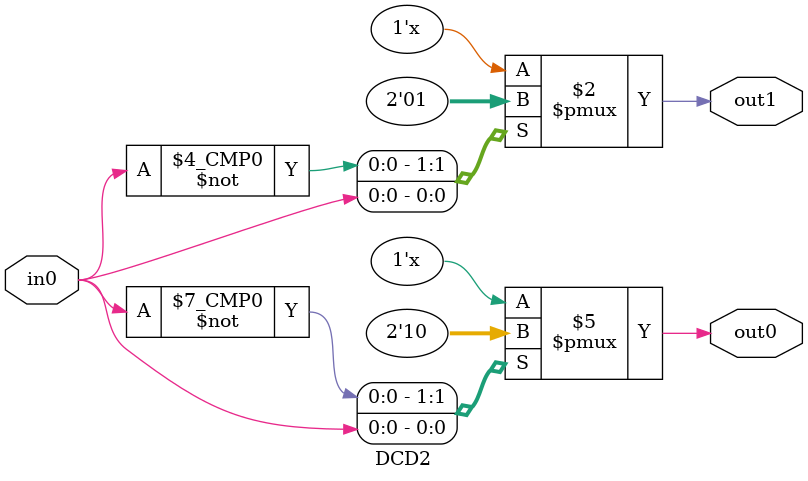
<source format=v>
`timescale 1ns / 1ps


module DCD2(

    input in0,
    output reg out0,
    output reg out1

    );
    
    always @(*)
    begin
        case(in0)
            0:
            begin
                out0 = 1;
                out1 = 0;
            end
            1:
            begin
                out0 = 0;
                out1 = 1;
            end
            
        default:
        begin
            out0 = 0;
            out1 = 0;
        end
        
     endcase
    end
    
endmodule

</source>
